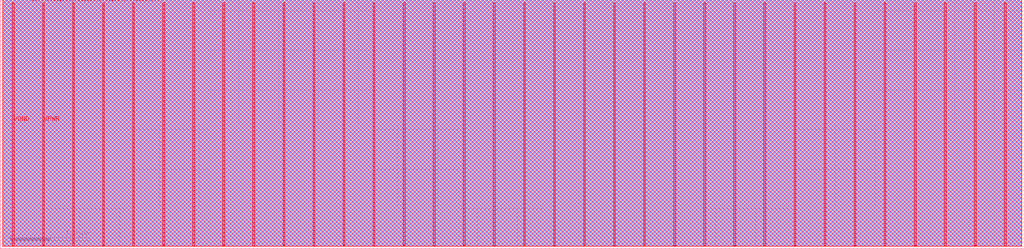
<source format=lef>
VERSION 5.8 ;
BUSBITCHARS "[]" ;
DIVIDERCHAR "/" ;
UNITS
    DATABASE MICRONS 1000 ;
END UNITS

VIA tt_um_vc32_cpu_via1_2_2200_440_1_5_410_410
  VIARULE via1Array ;
  CUTSIZE 0.19 0.19 ;
  LAYERS Metal1 Via1 Metal2 ;
  CUTSPACING 0.22 0.22 ;
  ENCLOSURE 0.01 0.125 0.05 0.005 ;
  ROWCOL 1 5 ;
END tt_um_vc32_cpu_via1_2_2200_440_1_5_410_410

VIA tt_um_vc32_cpu_via2_3_2200_440_1_5_410_410
  VIARULE via2Array ;
  CUTSIZE 0.19 0.19 ;
  LAYERS Metal2 Via2 Metal3 ;
  CUTSPACING 0.22 0.22 ;
  ENCLOSURE 0.05 0.005 0.005 0.05 ;
  ROWCOL 1 5 ;
END tt_um_vc32_cpu_via2_3_2200_440_1_5_410_410

VIA tt_um_vc32_cpu_via3_4_2200_440_1_5_410_410
  VIARULE via3Array ;
  CUTSIZE 0.19 0.19 ;
  LAYERS Metal3 Via3 Metal4 ;
  CUTSPACING 0.22 0.22 ;
  ENCLOSURE 0.005 0.05 0.05 0.005 ;
  ROWCOL 1 5 ;
END tt_um_vc32_cpu_via3_4_2200_440_1_5_410_410

VIA tt_um_vc32_cpu_via4_5_2200_440_1_5_410_410
  VIARULE via4Array ;
  CUTSIZE 0.19 0.19 ;
  LAYERS Metal4 Via4 Metal5 ;
  CUTSPACING 0.22 0.22 ;
  ENCLOSURE 0.05 0.005 0.185 0.05 ;
  ROWCOL 1 5 ;
END tt_um_vc32_cpu_via4_5_2200_440_1_5_410_410

MACRO tt_um_vc32_cpu
  FOREIGN tt_um_vc32_cpu 0 0 ;
  CLASS BLOCK ;
  SIZE 1287.36 BY 313.74 ;
  PIN clk
    DIRECTION INPUT ;
    USE SIGNAL ;
    PORT
      LAYER Metal5 ;
        RECT  198.57 312.74 198.87 313.74 ;
    END
  END clk
  PIN ena
    DIRECTION INPUT ;
    USE SIGNAL ;
    PORT
      LAYER Metal5 ;
        RECT  202.41 312.74 202.71 313.74 ;
    END
  END ena
  PIN rst_n
    DIRECTION INPUT ;
    USE SIGNAL ;
    PORT
      LAYER Metal5 ;
        RECT  194.73 312.74 195.03 313.74 ;
    END
  END rst_n
  PIN ui_in[0]
    DIRECTION INPUT ;
    USE SIGNAL ;
    PORT
      LAYER Metal5 ;
        RECT  190.89 312.74 191.19 313.74 ;
    END
  END ui_in[0]
  PIN ui_in[1]
    DIRECTION INPUT ;
    USE SIGNAL ;
    PORT
      LAYER Metal5 ;
        RECT  187.05 312.74 187.35 313.74 ;
    END
  END ui_in[1]
  PIN ui_in[2]
    DIRECTION INPUT ;
    USE SIGNAL ;
    PORT
      LAYER Metal5 ;
        RECT  183.21 312.74 183.51 313.74 ;
    END
  END ui_in[2]
  PIN ui_in[3]
    DIRECTION INPUT ;
    USE SIGNAL ;
    PORT
      LAYER Metal5 ;
        RECT  179.37 312.74 179.67 313.74 ;
    END
  END ui_in[3]
  PIN ui_in[4]
    DIRECTION INPUT ;
    USE SIGNAL ;
    PORT
      LAYER Metal5 ;
        RECT  175.53 312.74 175.83 313.74 ;
    END
  END ui_in[4]
  PIN ui_in[5]
    DIRECTION INPUT ;
    USE SIGNAL ;
    PORT
      LAYER Metal5 ;
        RECT  171.69 312.74 171.99 313.74 ;
    END
  END ui_in[5]
  PIN ui_in[6]
    DIRECTION INPUT ;
    USE SIGNAL ;
    PORT
      LAYER Metal5 ;
        RECT  167.85 312.74 168.15 313.74 ;
    END
  END ui_in[6]
  PIN ui_in[7]
    DIRECTION INPUT ;
    USE SIGNAL ;
    PORT
      LAYER Metal5 ;
        RECT  164.01 312.74 164.31 313.74 ;
    END
  END ui_in[7]
  PIN uio_in[0]
    DIRECTION INPUT ;
    USE SIGNAL ;
    PORT
      LAYER Metal5 ;
        RECT  160.17 312.74 160.47 313.74 ;
    END
  END uio_in[0]
  PIN uio_in[1]
    DIRECTION INPUT ;
    USE SIGNAL ;
    PORT
      LAYER Metal5 ;
        RECT  156.33 312.74 156.63 313.74 ;
    END
  END uio_in[1]
  PIN uio_in[2]
    DIRECTION INPUT ;
    USE SIGNAL ;
    PORT
      LAYER Metal5 ;
        RECT  152.49 312.74 152.79 313.74 ;
    END
  END uio_in[2]
  PIN uio_in[3]
    DIRECTION INPUT ;
    USE SIGNAL ;
    PORT
      LAYER Metal5 ;
        RECT  148.65 312.74 148.95 313.74 ;
    END
  END uio_in[3]
  PIN uio_in[4]
    DIRECTION INPUT ;
    USE SIGNAL ;
    PORT
      LAYER Metal5 ;
        RECT  144.81 312.74 145.11 313.74 ;
    END
  END uio_in[4]
  PIN uio_in[5]
    DIRECTION INPUT ;
    USE SIGNAL ;
    PORT
      LAYER Metal5 ;
        RECT  140.97 312.74 141.27 313.74 ;
    END
  END uio_in[5]
  PIN uio_in[6]
    DIRECTION INPUT ;
    USE SIGNAL ;
    PORT
      LAYER Metal5 ;
        RECT  137.13 312.74 137.43 313.74 ;
    END
  END uio_in[6]
  PIN uio_in[7]
    DIRECTION INPUT ;
    USE SIGNAL ;
    PORT
      LAYER Metal5 ;
        RECT  133.29 312.74 133.59 313.74 ;
    END
  END uio_in[7]
  PIN uio_oe[0]
    DIRECTION OUTPUT ;
    USE SIGNAL ;
    PORT
      LAYER Metal5 ;
        RECT  68.01 312.74 68.31 313.74 ;
    END
  END uio_oe[0]
  PIN uio_oe[1]
    DIRECTION OUTPUT ;
    USE SIGNAL ;
    PORT
      LAYER Metal5 ;
        RECT  64.17 312.74 64.47 313.74 ;
    END
  END uio_oe[1]
  PIN uio_oe[2]
    DIRECTION OUTPUT ;
    USE SIGNAL ;
    PORT
      LAYER Metal5 ;
        RECT  60.33 312.74 60.63 313.74 ;
    END
  END uio_oe[2]
  PIN uio_oe[3]
    DIRECTION OUTPUT ;
    USE SIGNAL ;
    PORT
      LAYER Metal5 ;
        RECT  56.49 312.74 56.79 313.74 ;
    END
  END uio_oe[3]
  PIN uio_oe[4]
    DIRECTION OUTPUT ;
    USE SIGNAL ;
    PORT
      LAYER Metal5 ;
        RECT  52.65 312.74 52.95 313.74 ;
    END
  END uio_oe[4]
  PIN uio_oe[5]
    DIRECTION OUTPUT ;
    USE SIGNAL ;
    PORT
      LAYER Metal5 ;
        RECT  48.81 312.74 49.11 313.74 ;
    END
  END uio_oe[5]
  PIN uio_oe[6]
    DIRECTION OUTPUT ;
    USE SIGNAL ;
    PORT
      LAYER Metal5 ;
        RECT  44.97 312.74 45.27 313.74 ;
    END
  END uio_oe[6]
  PIN uio_oe[7]
    DIRECTION OUTPUT ;
    USE SIGNAL ;
    PORT
      LAYER Metal5 ;
        RECT  41.13 312.74 41.43 313.74 ;
    END
  END uio_oe[7]
  PIN uio_out[0]
    DIRECTION OUTPUT ;
    USE SIGNAL ;
    PORT
      LAYER Metal5 ;
        RECT  98.73 312.74 99.03 313.74 ;
    END
  END uio_out[0]
  PIN uio_out[1]
    DIRECTION OUTPUT ;
    USE SIGNAL ;
    PORT
      LAYER Metal5 ;
        RECT  94.89 312.74 95.19 313.74 ;
    END
  END uio_out[1]
  PIN uio_out[2]
    DIRECTION OUTPUT ;
    USE SIGNAL ;
    PORT
      LAYER Metal5 ;
        RECT  91.05 312.74 91.35 313.74 ;
    END
  END uio_out[2]
  PIN uio_out[3]
    DIRECTION OUTPUT ;
    USE SIGNAL ;
    PORT
      LAYER Metal5 ;
        RECT  87.21 312.74 87.51 313.74 ;
    END
  END uio_out[3]
  PIN uio_out[4]
    DIRECTION OUTPUT ;
    USE SIGNAL ;
    PORT
      LAYER Metal5 ;
        RECT  83.37 312.74 83.67 313.74 ;
    END
  END uio_out[4]
  PIN uio_out[5]
    DIRECTION OUTPUT ;
    USE SIGNAL ;
    PORT
      LAYER Metal5 ;
        RECT  79.53 312.74 79.83 313.74 ;
    END
  END uio_out[5]
  PIN uio_out[6]
    DIRECTION OUTPUT ;
    USE SIGNAL ;
    PORT
      LAYER Metal5 ;
        RECT  75.69 312.74 75.99 313.74 ;
    END
  END uio_out[6]
  PIN uio_out[7]
    DIRECTION OUTPUT ;
    USE SIGNAL ;
    PORT
      LAYER Metal5 ;
        RECT  71.85 312.74 72.15 313.74 ;
    END
  END uio_out[7]
  PIN uo_out[0]
    DIRECTION OUTPUT ;
    USE SIGNAL ;
    PORT
      LAYER Metal5 ;
        RECT  129.45 312.74 129.75 313.74 ;
    END
  END uo_out[0]
  PIN uo_out[1]
    DIRECTION OUTPUT ;
    USE SIGNAL ;
    PORT
      LAYER Metal5 ;
        RECT  125.61 312.74 125.91 313.74 ;
    END
  END uo_out[1]
  PIN uo_out[2]
    DIRECTION OUTPUT ;
    USE SIGNAL ;
    PORT
      LAYER Metal5 ;
        RECT  121.77 312.74 122.07 313.74 ;
    END
  END uo_out[2]
  PIN uo_out[3]
    DIRECTION OUTPUT ;
    USE SIGNAL ;
    PORT
      LAYER Metal5 ;
        RECT  117.93 312.74 118.23 313.74 ;
    END
  END uo_out[3]
  PIN uo_out[4]
    DIRECTION OUTPUT ;
    USE SIGNAL ;
    PORT
      LAYER Metal5 ;
        RECT  114.09 312.74 114.39 313.74 ;
    END
  END uo_out[4]
  PIN uo_out[5]
    DIRECTION OUTPUT ;
    USE SIGNAL ;
    PORT
      LAYER Metal5 ;
        RECT  110.25 312.74 110.55 313.74 ;
    END
  END uo_out[5]
  PIN uo_out[6]
    DIRECTION OUTPUT ;
    USE SIGNAL ;
    PORT
      LAYER Metal5 ;
        RECT  106.41 312.74 106.71 313.74 ;
    END
  END uo_out[6]
  PIN uo_out[7]
    DIRECTION OUTPUT ;
    USE SIGNAL ;
    PORT
      LAYER Metal5 ;
        RECT  102.57 312.74 102.87 313.74 ;
    END
  END uo_out[7]
  PIN VGND
    DIRECTION INOUT ;
    USE GROUND ;
    PORT
      LAYER Metal5 ;
        RECT  1224.98 3.56 1227.18 310.18 ;
        RECT  1149.38 3.56 1151.58 310.18 ;
        RECT  1073.78 3.56 1075.98 310.18 ;
        RECT  998.18 3.56 1000.38 310.18 ;
        RECT  922.58 3.56 924.78 310.18 ;
        RECT  846.98 3.56 849.18 310.18 ;
        RECT  771.38 3.56 773.58 310.18 ;
        RECT  695.78 3.56 697.98 310.18 ;
        RECT  620.18 3.56 622.38 310.18 ;
        RECT  544.58 3.56 546.78 310.18 ;
        RECT  468.98 3.56 471.18 310.18 ;
        RECT  393.38 3.56 395.58 310.18 ;
        RECT  317.78 3.56 319.98 310.18 ;
        RECT  242.18 3.56 244.38 310.18 ;
        RECT  166.58 3.56 168.78 310.18 ;
        RECT  90.98 3.56 93.18 310.18 ;
        RECT  15.38 3.56 17.58 310.18 ;
    END
  END VGND
  PIN VPWR
    DIRECTION INOUT ;
    USE POWER ;
    PORT
      LAYER Metal5 ;
        RECT  1262.78 3.56 1264.98 310.18 ;
        RECT  1187.18 3.56 1189.38 310.18 ;
        RECT  1111.58 3.56 1113.78 310.18 ;
        RECT  1035.98 3.56 1038.18 310.18 ;
        RECT  960.38 3.56 962.58 310.18 ;
        RECT  884.78 3.56 886.98 310.18 ;
        RECT  809.18 3.56 811.38 310.18 ;
        RECT  733.58 3.56 735.78 310.18 ;
        RECT  657.98 3.56 660.18 310.18 ;
        RECT  582.38 3.56 584.58 310.18 ;
        RECT  506.78 3.56 508.98 310.18 ;
        RECT  431.18 3.56 433.38 310.18 ;
        RECT  355.58 3.56 357.78 310.18 ;
        RECT  279.98 3.56 282.18 310.18 ;
        RECT  204.38 3.56 206.58 310.18 ;
        RECT  128.78 3.56 130.98 310.18 ;
        RECT  53.18 3.56 55.38 310.18 ;
    END
  END VPWR
  OBS
    LAYER Metal1 ;
     RECT  2.88 3.215 1284.48 313.74 ;
    LAYER Metal2 ;
     RECT  2.88 3.215 1284.48 313.74 ;
    LAYER Metal3 ;
     RECT  2.88 3.215 1284.48 313.74 ;
    LAYER Metal4 ;
     RECT  2.88 3.215 1284.48 313.74 ;
    LAYER Metal5 ;
     RECT  2.88 3.215 1284.48 313.74 ;
  END
END tt_um_vc32_cpu
END LIBRARY

</source>
